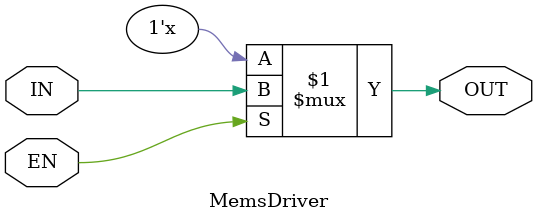
<source format=v>
`default_nettype none
`timescale 1ns/1ps
module MemsDriver (
        input wire IN,
        input wire EN,
        output wire OUT 
    );
    
    assign OUT = (EN) ? IN : 1'bz;

endmodule
`default_nettype wire

</source>
